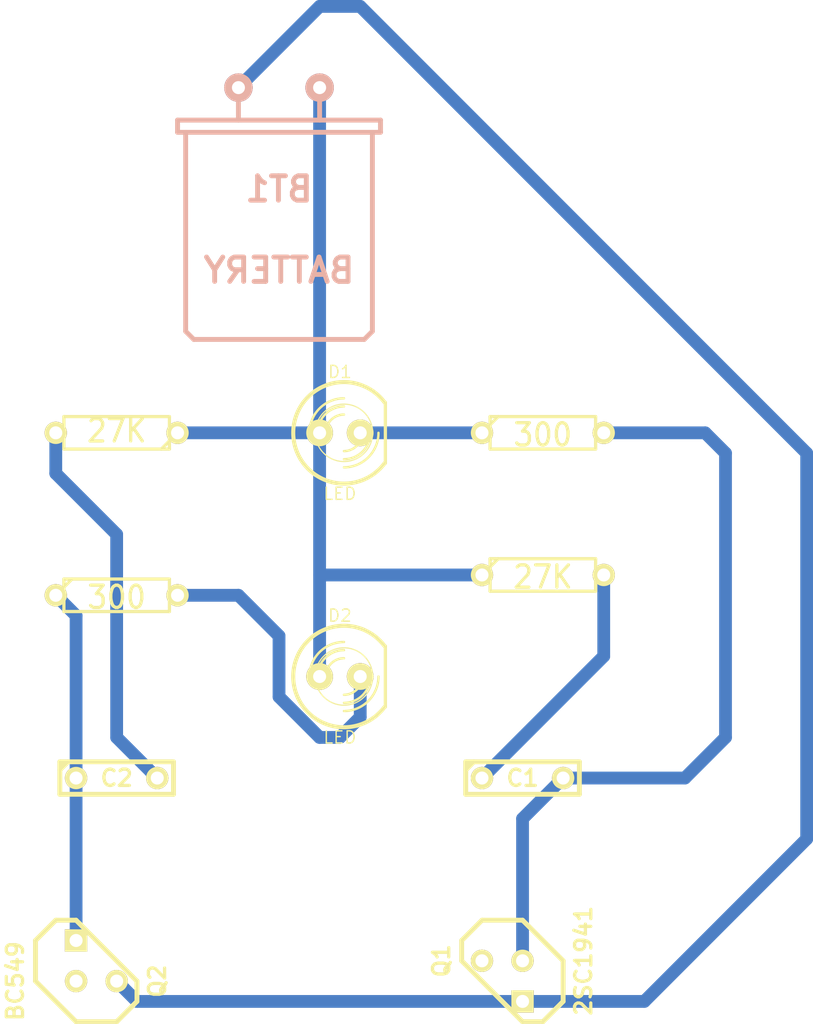
<source format=kicad_pcb>
(kicad_pcb (version 4) (host pcbnew "(after 2015-mar-04 BZR unknown)-product")

  (general
    (links 16)
    (no_connects 2)
    (area 127.740972 54.979999 181.240002 120.032401)
    (thickness 1.6)
    (drawings 0)
    (tracks 37)
    (zones 0)
    (modules 11)
    (nets 9)
  )

  (page A3)
  (layers
    (0 F.Cu signal)
    (31 B.Cu signal)
    (32 B.Adhes user)
    (33 F.Adhes user)
    (34 B.Paste user)
    (35 F.Paste user)
    (36 B.SilkS user)
    (37 F.SilkS user)
    (38 B.Mask user)
    (39 F.Mask user)
    (40 Dwgs.User user)
    (41 Cmts.User user)
    (42 Eco1.User user)
    (43 Eco2.User user)
    (44 Edge.Cuts user)
  )

  (setup
    (last_trace_width 0.8)
    (trace_clearance 0.5)
    (zone_clearance 0.508)
    (zone_45_only no)
    (trace_min 0.254)
    (segment_width 0.2)
    (edge_width 0.15)
    (via_size 0.889)
    (via_drill 0.635)
    (via_min_size 0.889)
    (via_min_drill 0.508)
    (uvia_size 0.508)
    (uvia_drill 0.127)
    (uvias_allowed no)
    (uvia_min_size 0.508)
    (uvia_min_drill 0.127)
    (pcb_text_width 0.3)
    (pcb_text_size 1.5 1.5)
    (mod_edge_width 0.15)
    (mod_text_size 1.5 1.5)
    (mod_text_width 0.15)
    (pad_size 1.524 1.524)
    (pad_drill 0.762)
    (pad_to_mask_clearance 0.2)
    (aux_axis_origin 0 0)
    (visible_elements 7FFFFFFF)
    (pcbplotparams
      (layerselection 0x00030_80000001)
      (usegerberextensions true)
      (excludeedgelayer true)
      (linewidth 0.100000)
      (plotframeref false)
      (viasonmask false)
      (mode 1)
      (useauxorigin false)
      (hpglpennumber 1)
      (hpglpenspeed 20)
      (hpglpendiameter 15)
      (hpglpenoverlay 2)
      (psnegative false)
      (psa4output false)
      (plotreference true)
      (plotvalue true)
      (plotinvisibletext false)
      (padsonsilk false)
      (subtractmaskfromsilk false)
      (outputformat 1)
      (mirror false)
      (drillshape 1)
      (scaleselection 1)
      (outputdirectory ""))
  )

  (net 0 "")
  (net 1 N-000001)
  (net 2 N-000002)
  (net 3 N-000003)
  (net 4 N-000004)
  (net 5 N-000005)
  (net 6 N-000006)
  (net 7 N-000007)
  (net 8 N-000008)

  (net_class Default "Это класс цепей по умолчанию."
    (clearance 0.5)
    (trace_width 0.8)
    (via_dia 0.889)
    (via_drill 0.635)
    (uvia_dia 0.508)
    (uvia_drill 0.127)
    (add_net N-000001)
    (add_net N-000002)
    (add_net N-000003)
    (add_net N-000004)
    (add_net N-000005)
    (add_net N-000006)
    (add_net N-000007)
    (add_net N-000008)
  )

  (module TO92 (layer F.Cu) (tedit 443CFFD1) (tstamp 555222FF)
    (at 161.29 116.84 270)
    (descr "Transistor TO92 brochage type BC237")
    (tags "TR TO92")
    (path /55492A05)
    (fp_text reference Q1 (at -1.27 3.81 270) (layer F.SilkS)
      (effects (font (size 1.016 1.016) (thickness 0.2032)))
    )
    (fp_text value 2SC1941 (at -1.27 -5.08 270) (layer F.SilkS)
      (effects (font (size 1.016 1.016) (thickness 0.2032)))
    )
    (fp_line (start -1.27 2.54) (end 2.54 -1.27) (layer F.SilkS) (width 0.3048))
    (fp_line (start 2.54 -1.27) (end 2.54 -2.54) (layer F.SilkS) (width 0.3048))
    (fp_line (start 2.54 -2.54) (end 1.27 -3.81) (layer F.SilkS) (width 0.3048))
    (fp_line (start 1.27 -3.81) (end -1.27 -3.81) (layer F.SilkS) (width 0.3048))
    (fp_line (start -1.27 -3.81) (end -3.81 -1.27) (layer F.SilkS) (width 0.3048))
    (fp_line (start -3.81 -1.27) (end -3.81 1.27) (layer F.SilkS) (width 0.3048))
    (fp_line (start -3.81 1.27) (end -2.54 2.54) (layer F.SilkS) (width 0.3048))
    (fp_line (start -2.54 2.54) (end -1.27 2.54) (layer F.SilkS) (width 0.3048))
    (pad 1 thru_hole rect (at 1.27 -1.27 270) (size 1.397 1.397) (drill 0.8128) (layers *.Cu *.Mask F.SilkS)
      (net 8 N-000008))
    (pad 2 thru_hole circle (at -1.27 -1.27 270) (size 1.397 1.397) (drill 0.8128) (layers *.Cu *.Mask F.SilkS)
      (net 5 N-000005))
    (pad 3 thru_hole circle (at -1.27 1.27 270) (size 1.397 1.397) (drill 0.8128) (layers *.Cu *.Mask F.SilkS)
      (net 6 N-000006))
    (model discret/to98.wrl
      (at (xyz 0 0 0))
      (scale (xyz 1 1 1))
      (rotate (xyz 0 0 0))
    )
  )

  (module TO92 (layer F.Cu) (tedit 443CFFD1) (tstamp 5552230E)
    (at 135.89 115.57 90)
    (descr "Transistor TO92 brochage type BC237")
    (tags "TR TO92")
    (path /55492A23)
    (fp_text reference Q2 (at -1.27 3.81 90) (layer F.SilkS)
      (effects (font (size 1.016 1.016) (thickness 0.2032)))
    )
    (fp_text value BC549 (at -1.27 -5.08 90) (layer F.SilkS)
      (effects (font (size 1.016 1.016) (thickness 0.2032)))
    )
    (fp_line (start -1.27 2.54) (end 2.54 -1.27) (layer F.SilkS) (width 0.3048))
    (fp_line (start 2.54 -1.27) (end 2.54 -2.54) (layer F.SilkS) (width 0.3048))
    (fp_line (start 2.54 -2.54) (end 1.27 -3.81) (layer F.SilkS) (width 0.3048))
    (fp_line (start 1.27 -3.81) (end -1.27 -3.81) (layer F.SilkS) (width 0.3048))
    (fp_line (start -1.27 -3.81) (end -3.81 -1.27) (layer F.SilkS) (width 0.3048))
    (fp_line (start -3.81 -1.27) (end -3.81 1.27) (layer F.SilkS) (width 0.3048))
    (fp_line (start -3.81 1.27) (end -2.54 2.54) (layer F.SilkS) (width 0.3048))
    (fp_line (start -2.54 2.54) (end -1.27 2.54) (layer F.SilkS) (width 0.3048))
    (pad 1 thru_hole rect (at 1.27 -1.27 90) (size 1.397 1.397) (drill 0.8128) (layers *.Cu *.Mask F.SilkS)
      (net 1 N-000001))
    (pad 2 thru_hole circle (at -1.27 -1.27 90) (size 1.397 1.397) (drill 0.8128) (layers *.Cu *.Mask F.SilkS)
      (net 7 N-000007))
    (pad 3 thru_hole circle (at -1.27 1.27 90) (size 1.397 1.397) (drill 0.8128) (layers *.Cu *.Mask F.SilkS)
      (net 8 N-000008))
    (model discret/to98.wrl
      (at (xyz 0 0 0))
      (scale (xyz 1 1 1))
      (rotate (xyz 0 0 0))
    )
  )

  (module R3 (layer F.Cu) (tedit 4E4C0E65) (tstamp 5552231C)
    (at 137.16 82.55 180)
    (descr "Resitance 3 pas")
    (tags R)
    (path /55492997)
    (autoplace_cost180 10)
    (fp_text reference R3 (at 0 0.127 180) (layer F.SilkS) hide
      (effects (font (size 1.397 1.27) (thickness 0.2032)))
    )
    (fp_text value 27K (at 0 0.127 180) (layer F.SilkS)
      (effects (font (size 1.397 1.27) (thickness 0.2032)))
    )
    (fp_line (start -3.81 0) (end -3.302 0) (layer F.SilkS) (width 0.2032))
    (fp_line (start 3.81 0) (end 3.302 0) (layer F.SilkS) (width 0.2032))
    (fp_line (start 3.302 0) (end 3.302 -1.016) (layer F.SilkS) (width 0.2032))
    (fp_line (start 3.302 -1.016) (end -3.302 -1.016) (layer F.SilkS) (width 0.2032))
    (fp_line (start -3.302 -1.016) (end -3.302 1.016) (layer F.SilkS) (width 0.2032))
    (fp_line (start -3.302 1.016) (end 3.302 1.016) (layer F.SilkS) (width 0.2032))
    (fp_line (start 3.302 1.016) (end 3.302 0) (layer F.SilkS) (width 0.2032))
    (fp_line (start -3.302 -0.508) (end -2.794 -1.016) (layer F.SilkS) (width 0.2032))
    (pad 1 thru_hole circle (at -3.81 0 180) (size 1.397 1.397) (drill 0.8128) (layers *.Cu *.Mask F.SilkS)
      (net 3 N-000003))
    (pad 2 thru_hole circle (at 3.81 0 180) (size 1.397 1.397) (drill 0.8128) (layers *.Cu *.Mask F.SilkS)
      (net 6 N-000006))
    (model discret/resistor.wrl
      (at (xyz 0 0 0))
      (scale (xyz 0.3 0.3 0.3))
      (rotate (xyz 0 0 0))
    )
  )

  (module R3 (layer F.Cu) (tedit 4E4C0E65) (tstamp 5552232A)
    (at 163.83 91.44)
    (descr "Resitance 3 pas")
    (tags R)
    (path /554929A6)
    (autoplace_cost180 10)
    (fp_text reference R2 (at 0 0.127) (layer F.SilkS) hide
      (effects (font (size 1.397 1.27) (thickness 0.2032)))
    )
    (fp_text value 27K (at 0 0.127) (layer F.SilkS)
      (effects (font (size 1.397 1.27) (thickness 0.2032)))
    )
    (fp_line (start -3.81 0) (end -3.302 0) (layer F.SilkS) (width 0.2032))
    (fp_line (start 3.81 0) (end 3.302 0) (layer F.SilkS) (width 0.2032))
    (fp_line (start 3.302 0) (end 3.302 -1.016) (layer F.SilkS) (width 0.2032))
    (fp_line (start 3.302 -1.016) (end -3.302 -1.016) (layer F.SilkS) (width 0.2032))
    (fp_line (start -3.302 -1.016) (end -3.302 1.016) (layer F.SilkS) (width 0.2032))
    (fp_line (start -3.302 1.016) (end 3.302 1.016) (layer F.SilkS) (width 0.2032))
    (fp_line (start 3.302 1.016) (end 3.302 0) (layer F.SilkS) (width 0.2032))
    (fp_line (start -3.302 -0.508) (end -2.794 -1.016) (layer F.SilkS) (width 0.2032))
    (pad 1 thru_hole circle (at -3.81 0) (size 1.397 1.397) (drill 0.8128) (layers *.Cu *.Mask F.SilkS)
      (net 3 N-000003))
    (pad 2 thru_hole circle (at 3.81 0) (size 1.397 1.397) (drill 0.8128) (layers *.Cu *.Mask F.SilkS)
      (net 7 N-000007))
    (model discret/resistor.wrl
      (at (xyz 0 0 0))
      (scale (xyz 0.3 0.3 0.3))
      (rotate (xyz 0 0 0))
    )
  )

  (module R3 (layer F.Cu) (tedit 4E4C0E65) (tstamp 55522338)
    (at 163.83 82.55)
    (descr "Resitance 3 pas")
    (tags R)
    (path /554929B5)
    (autoplace_cost180 10)
    (fp_text reference R1 (at 0 0.127) (layer F.SilkS) hide
      (effects (font (size 1.397 1.27) (thickness 0.2032)))
    )
    (fp_text value 300 (at 0 0.127) (layer F.SilkS)
      (effects (font (size 1.397 1.27) (thickness 0.2032)))
    )
    (fp_line (start -3.81 0) (end -3.302 0) (layer F.SilkS) (width 0.2032))
    (fp_line (start 3.81 0) (end 3.302 0) (layer F.SilkS) (width 0.2032))
    (fp_line (start 3.302 0) (end 3.302 -1.016) (layer F.SilkS) (width 0.2032))
    (fp_line (start 3.302 -1.016) (end -3.302 -1.016) (layer F.SilkS) (width 0.2032))
    (fp_line (start -3.302 -1.016) (end -3.302 1.016) (layer F.SilkS) (width 0.2032))
    (fp_line (start -3.302 1.016) (end 3.302 1.016) (layer F.SilkS) (width 0.2032))
    (fp_line (start 3.302 1.016) (end 3.302 0) (layer F.SilkS) (width 0.2032))
    (fp_line (start -3.302 -0.508) (end -2.794 -1.016) (layer F.SilkS) (width 0.2032))
    (pad 1 thru_hole circle (at -3.81 0) (size 1.397 1.397) (drill 0.8128) (layers *.Cu *.Mask F.SilkS)
      (net 4 N-000004))
    (pad 2 thru_hole circle (at 3.81 0) (size 1.397 1.397) (drill 0.8128) (layers *.Cu *.Mask F.SilkS)
      (net 5 N-000005))
    (model discret/resistor.wrl
      (at (xyz 0 0 0))
      (scale (xyz 0.3 0.3 0.3))
      (rotate (xyz 0 0 0))
    )
  )

  (module R3 (layer F.Cu) (tedit 4E4C0E65) (tstamp 55522346)
    (at 137.16 92.71)
    (descr "Resitance 3 pas")
    (tags R)
    (path /554929C4)
    (autoplace_cost180 10)
    (fp_text reference R4 (at 0 0.127) (layer F.SilkS) hide
      (effects (font (size 1.397 1.27) (thickness 0.2032)))
    )
    (fp_text value 300 (at 0 0.127) (layer F.SilkS)
      (effects (font (size 1.397 1.27) (thickness 0.2032)))
    )
    (fp_line (start -3.81 0) (end -3.302 0) (layer F.SilkS) (width 0.2032))
    (fp_line (start 3.81 0) (end 3.302 0) (layer F.SilkS) (width 0.2032))
    (fp_line (start 3.302 0) (end 3.302 -1.016) (layer F.SilkS) (width 0.2032))
    (fp_line (start 3.302 -1.016) (end -3.302 -1.016) (layer F.SilkS) (width 0.2032))
    (fp_line (start -3.302 -1.016) (end -3.302 1.016) (layer F.SilkS) (width 0.2032))
    (fp_line (start -3.302 1.016) (end 3.302 1.016) (layer F.SilkS) (width 0.2032))
    (fp_line (start 3.302 1.016) (end 3.302 0) (layer F.SilkS) (width 0.2032))
    (fp_line (start -3.302 -0.508) (end -2.794 -1.016) (layer F.SilkS) (width 0.2032))
    (pad 1 thru_hole circle (at -3.81 0) (size 1.397 1.397) (drill 0.8128) (layers *.Cu *.Mask F.SilkS)
      (net 1 N-000001))
    (pad 2 thru_hole circle (at 3.81 0) (size 1.397 1.397) (drill 0.8128) (layers *.Cu *.Mask F.SilkS)
      (net 2 N-000002))
    (model discret/resistor.wrl
      (at (xyz 0 0 0))
      (scale (xyz 0.3 0.3 0.3))
      (rotate (xyz 0 0 0))
    )
  )

  (module LED-5MM (layer F.Cu) (tedit 50ADE86B) (tstamp 55522355)
    (at 151.13 82.55)
    (descr "LED 5mm - Lead pitch 100mil (2,54mm)")
    (tags "LED led 5mm 5MM 100mil 2,54mm")
    (path /55492979)
    (fp_text reference D1 (at 0 -3.81) (layer F.SilkS)
      (effects (font (size 0.762 0.762) (thickness 0.0889)))
    )
    (fp_text value LED (at 0 3.81) (layer F.SilkS)
      (effects (font (size 0.762 0.762) (thickness 0.0889)))
    )
    (fp_line (start 2.8448 1.905) (end 2.8448 -1.905) (layer F.SilkS) (width 0.2032))
    (fp_circle (center 0.254 0) (end -1.016 1.27) (layer F.SilkS) (width 0.0762))
    (fp_arc (start 0.254 0) (end 2.794 1.905) (angle 286.2) (layer F.SilkS) (width 0.254))
    (fp_arc (start 0.254 0) (end -0.889 0) (angle 90) (layer F.SilkS) (width 0.1524))
    (fp_arc (start 0.254 0) (end 1.397 0) (angle 90) (layer F.SilkS) (width 0.1524))
    (fp_arc (start 0.254 0) (end -1.397 0) (angle 90) (layer F.SilkS) (width 0.1524))
    (fp_arc (start 0.254 0) (end 1.905 0) (angle 90) (layer F.SilkS) (width 0.1524))
    (fp_arc (start 0.254 0) (end -1.905 0) (angle 90) (layer F.SilkS) (width 0.1524))
    (fp_arc (start 0.254 0) (end 2.413 0) (angle 90) (layer F.SilkS) (width 0.1524))
    (pad 1 thru_hole circle (at -1.27 0) (size 1.6764 1.6764) (drill 0.8128) (layers *.Cu *.Mask F.SilkS)
      (net 3 N-000003))
    (pad 2 thru_hole circle (at 1.27 0) (size 1.6764 1.6764) (drill 0.8128) (layers *.Cu *.Mask F.SilkS)
      (net 4 N-000004))
    (model discret/leds/led5_vertical_verde.wrl
      (at (xyz 0 0 0))
      (scale (xyz 1 1 1))
      (rotate (xyz 0 0 0))
    )
  )

  (module LED-5MM (layer F.Cu) (tedit 50ADE86B) (tstamp 55522364)
    (at 151.13 97.79)
    (descr "LED 5mm - Lead pitch 100mil (2,54mm)")
    (tags "LED led 5mm 5MM 100mil 2,54mm")
    (path /55492988)
    (fp_text reference D2 (at 0 -3.81) (layer F.SilkS)
      (effects (font (size 0.762 0.762) (thickness 0.0889)))
    )
    (fp_text value LED (at 0 3.81) (layer F.SilkS)
      (effects (font (size 0.762 0.762) (thickness 0.0889)))
    )
    (fp_line (start 2.8448 1.905) (end 2.8448 -1.905) (layer F.SilkS) (width 0.2032))
    (fp_circle (center 0.254 0) (end -1.016 1.27) (layer F.SilkS) (width 0.0762))
    (fp_arc (start 0.254 0) (end 2.794 1.905) (angle 286.2) (layer F.SilkS) (width 0.254))
    (fp_arc (start 0.254 0) (end -0.889 0) (angle 90) (layer F.SilkS) (width 0.1524))
    (fp_arc (start 0.254 0) (end 1.397 0) (angle 90) (layer F.SilkS) (width 0.1524))
    (fp_arc (start 0.254 0) (end -1.397 0) (angle 90) (layer F.SilkS) (width 0.1524))
    (fp_arc (start 0.254 0) (end 1.905 0) (angle 90) (layer F.SilkS) (width 0.1524))
    (fp_arc (start 0.254 0) (end -1.905 0) (angle 90) (layer F.SilkS) (width 0.1524))
    (fp_arc (start 0.254 0) (end 2.413 0) (angle 90) (layer F.SilkS) (width 0.1524))
    (pad 1 thru_hole circle (at -1.27 0) (size 1.6764 1.6764) (drill 0.8128) (layers *.Cu *.Mask F.SilkS)
      (net 3 N-000003))
    (pad 2 thru_hole circle (at 1.27 0) (size 1.6764 1.6764) (drill 0.8128) (layers *.Cu *.Mask F.SilkS)
      (net 2 N-000002))
    (model discret/leds/led5_vertical_verde.wrl
      (at (xyz 0 0 0))
      (scale (xyz 1 1 1))
      (rotate (xyz 0 0 0))
    )
  )

  (module HC-18UH (layer B.Cu) (tedit 200000) (tstamp 55522375)
    (at 147.32 60.96 180)
    (descr "Quartz boitier HC-18 horizontal")
    (tags "QUARTZ DEV")
    (path /55492853)
    (fp_text reference BT1 (at 0 -6.35 180) (layer B.SilkS)
      (effects (font (thickness 0.3048)) (justify mirror))
    )
    (fp_text value BATTERY (at 0 -11.43 180) (layer B.SilkS)
      (effects (font (thickness 0.3048)) (justify mirror))
    )
    (fp_line (start 6.35 -2.794) (end -6.35 -2.794) (layer B.SilkS) (width 0.3048))
    (fp_line (start 5.842 -2.794) (end 5.842 -15.24) (layer B.SilkS) (width 0.3048))
    (fp_line (start -6.35 -2.794) (end -6.35 -2.032) (layer B.SilkS) (width 0.3048))
    (fp_line (start 6.35 -2.794) (end 6.35 -2.032) (layer B.SilkS) (width 0.3048))
    (fp_line (start 6.35 -2.032) (end -6.35 -2.032) (layer B.SilkS) (width 0.3048))
    (fp_line (start -2.54 0) (end -2.54 -2.032) (layer B.SilkS) (width 0.3048))
    (fp_line (start 2.54 0) (end 2.54 -2.032) (layer B.SilkS) (width 0.3048))
    (fp_line (start -5.842 -2.794) (end -5.842 -15.24) (layer B.SilkS) (width 0.3048))
    (fp_line (start 5.842 -15.24) (end 5.334 -15.748) (layer B.SilkS) (width 0.3048))
    (fp_line (start 5.334 -15.748) (end -5.334 -15.748) (layer B.SilkS) (width 0.3048))
    (fp_line (start -5.334 -15.748) (end -5.842 -15.24) (layer B.SilkS) (width 0.3048))
    (pad 1 thru_hole circle (at -2.54 0 180) (size 1.778 1.778) (drill 0.8128) (layers *.Cu *.Mask B.SilkS)
      (net 3 N-000003))
    (pad 2 thru_hole circle (at 2.54 0 180) (size 1.778 1.778) (drill 0.8128) (layers *.Cu *.Mask B.SilkS)
      (net 8 N-000008))
    (model discret/xtal/crystal_hc18u_horizontal.wrl
      (at (xyz 0 0 0))
      (scale (xyz 1 1 1))
      (rotate (xyz 0 0 0))
    )
  )

  (module C2 (layer F.Cu) (tedit 200000) (tstamp 55522380)
    (at 162.56 104.14)
    (descr "Condensateur = 2 pas")
    (tags C)
    (path /554929D3)
    (fp_text reference C1 (at 0 0) (layer F.SilkS)
      (effects (font (size 1.016 1.016) (thickness 0.2032)))
    )
    (fp_text value 47 (at 0 0) (layer F.SilkS) hide
      (effects (font (size 1.016 1.016) (thickness 0.2032)))
    )
    (fp_line (start -3.556 -1.016) (end 3.556 -1.016) (layer F.SilkS) (width 0.3048))
    (fp_line (start 3.556 -1.016) (end 3.556 1.016) (layer F.SilkS) (width 0.3048))
    (fp_line (start 3.556 1.016) (end -3.556 1.016) (layer F.SilkS) (width 0.3048))
    (fp_line (start -3.556 1.016) (end -3.556 -1.016) (layer F.SilkS) (width 0.3048))
    (fp_line (start -3.556 -0.508) (end -3.048 -1.016) (layer F.SilkS) (width 0.3048))
    (pad 1 thru_hole circle (at -2.54 0) (size 1.397 1.397) (drill 0.8128) (layers *.Cu *.Mask F.SilkS)
      (net 7 N-000007))
    (pad 2 thru_hole circle (at 2.54 0) (size 1.397 1.397) (drill 0.8128) (layers *.Cu *.Mask F.SilkS)
      (net 5 N-000005))
    (model discret/capa_2pas_5x5mm.wrl
      (at (xyz 0 0 0))
      (scale (xyz 1 1 1))
      (rotate (xyz 0 0 0))
    )
  )

  (module C2 (layer F.Cu) (tedit 200000) (tstamp 5552238B)
    (at 137.16 104.14)
    (descr "Condensateur = 2 pas")
    (tags C)
    (path /554929E2)
    (fp_text reference C2 (at 0 0) (layer F.SilkS)
      (effects (font (size 1.016 1.016) (thickness 0.2032)))
    )
    (fp_text value 47 (at 0 0) (layer F.SilkS) hide
      (effects (font (size 1.016 1.016) (thickness 0.2032)))
    )
    (fp_line (start -3.556 -1.016) (end 3.556 -1.016) (layer F.SilkS) (width 0.3048))
    (fp_line (start 3.556 -1.016) (end 3.556 1.016) (layer F.SilkS) (width 0.3048))
    (fp_line (start 3.556 1.016) (end -3.556 1.016) (layer F.SilkS) (width 0.3048))
    (fp_line (start -3.556 1.016) (end -3.556 -1.016) (layer F.SilkS) (width 0.3048))
    (fp_line (start -3.556 -0.508) (end -3.048 -1.016) (layer F.SilkS) (width 0.3048))
    (pad 1 thru_hole circle (at -2.54 0) (size 1.397 1.397) (drill 0.8128) (layers *.Cu *.Mask F.SilkS)
      (net 1 N-000001))
    (pad 2 thru_hole circle (at 2.54 0) (size 1.397 1.397) (drill 0.8128) (layers *.Cu *.Mask F.SilkS)
      (net 6 N-000006))
    (model discret/capa_2pas_5x5mm.wrl
      (at (xyz 0 0 0))
      (scale (xyz 1 1 1))
      (rotate (xyz 0 0 0))
    )
  )

  (segment (start 134.62 114.3) (end 134.62 104.14) (width 0.8) (layer B.Cu) (net 1))
  (segment (start 134.62 93.98) (end 133.35 92.71) (width 0.8) (layer B.Cu) (net 1) (tstamp 555225AE))
  (segment (start 134.62 104.14) (end 134.62 93.98) (width 0.8) (layer B.Cu) (net 1))
  (segment (start 144.78 92.71) (end 147.32 95.25) (width 0.8) (layer B.Cu) (net 2) (tstamp 5552258C))
  (segment (start 147.32 95.25) (end 147.32 99.06) (width 0.8) (layer B.Cu) (net 2) (tstamp 5552258D))
  (segment (start 147.32 99.06) (end 149.86 101.6) (width 0.8) (layer B.Cu) (net 2) (tstamp 5552258E))
  (segment (start 149.86 101.6) (end 151.13 101.6) (width 0.8) (layer B.Cu) (net 2) (tstamp 5552258F))
  (segment (start 151.13 101.6) (end 152.4 100.33) (width 0.8) (layer B.Cu) (net 2) (tstamp 55522590))
  (segment (start 152.4 100.33) (end 152.4 97.79) (width 0.8) (layer B.Cu) (net 2) (tstamp 55522591))
  (segment (start 140.97 92.71) (end 144.78 92.71) (width 0.8) (layer B.Cu) (net 2))
  (segment (start 149.86 60.96) (end 149.86 82.55) (width 0.8) (layer B.Cu) (net 3) (status 10))
  (segment (start 149.86 91.44) (end 149.86 82.55) (width 0.8) (layer B.Cu) (net 3) (tstamp 5552250A))
  (segment (start 149.86 97.79) (end 149.86 91.44) (width 0.8) (layer B.Cu) (net 3))
  (segment (start 149.86 82.55) (end 140.97 82.55) (width 0.8) (layer B.Cu) (net 3))
  (segment (start 160.02 91.44) (end 149.86 91.44) (width 0.8) (layer B.Cu) (net 3))
  (segment (start 160.02 82.55) (end 152.4 82.55) (width 0.8) (layer B.Cu) (net 4))
  (segment (start 173.99 82.55) (end 175.26 83.82) (width 0.8) (layer B.Cu) (net 5) (tstamp 55522599))
  (segment (start 175.26 83.82) (end 175.26 101.6) (width 0.8) (layer B.Cu) (net 5) (tstamp 5552259A))
  (segment (start 175.26 101.6) (end 172.72 104.14) (width 0.8) (layer B.Cu) (net 5) (tstamp 5552259B))
  (segment (start 172.72 104.14) (end 165.1 104.14) (width 0.8) (layer B.Cu) (net 5) (tstamp 5552259C))
  (segment (start 167.64 82.55) (end 173.99 82.55) (width 0.8) (layer B.Cu) (net 5))
  (segment (start 162.56 106.68) (end 165.1 104.14) (width 0.8) (layer B.Cu) (net 5) (tstamp 5552259E))
  (segment (start 162.56 115.57) (end 162.56 106.68) (width 0.8) (layer B.Cu) (net 5))
  (segment (start 133.35 85.09) (end 137.16 88.9) (width 0.8) (layer B.Cu) (net 6) (tstamp 55522594))
  (segment (start 137.16 88.9) (end 137.16 101.6) (width 0.8) (layer B.Cu) (net 6) (tstamp 55522595))
  (segment (start 137.16 101.6) (end 139.7 104.14) (width 0.8) (layer B.Cu) (net 6) (tstamp 55522597))
  (segment (start 133.35 82.55) (end 133.35 85.09) (width 0.8) (layer B.Cu) (net 6))
  (segment (start 167.64 96.52) (end 160.02 104.14) (width 0.8) (layer B.Cu) (net 7) (tstamp 555225B1))
  (segment (start 167.64 91.44) (end 167.64 96.52) (width 0.8) (layer B.Cu) (net 7))
  (segment (start 170.18 118.11) (end 180.34 107.95) (width 0.8) (layer B.Cu) (net 8) (tstamp 555225A0))
  (segment (start 180.34 107.95) (end 180.34 83.82) (width 0.8) (layer B.Cu) (net 8) (tstamp 555225A2))
  (segment (start 180.34 83.82) (end 152.4 55.88) (width 0.8) (layer B.Cu) (net 8) (tstamp 555225A4))
  (segment (start 152.4 55.88) (end 149.86 55.88) (width 0.8) (layer B.Cu) (net 8) (tstamp 555225A6))
  (segment (start 149.86 55.88) (end 144.78 60.96) (width 0.8) (layer B.Cu) (net 8) (tstamp 555225A8))
  (segment (start 162.56 118.11) (end 170.18 118.11) (width 0.8) (layer B.Cu) (net 8))
  (segment (start 138.43 118.11) (end 137.16 116.84) (width 0.8) (layer B.Cu) (net 8) (tstamp 555225B4))
  (segment (start 162.56 118.11) (end 138.43 118.11) (width 0.8) (layer B.Cu) (net 8))

)

</source>
